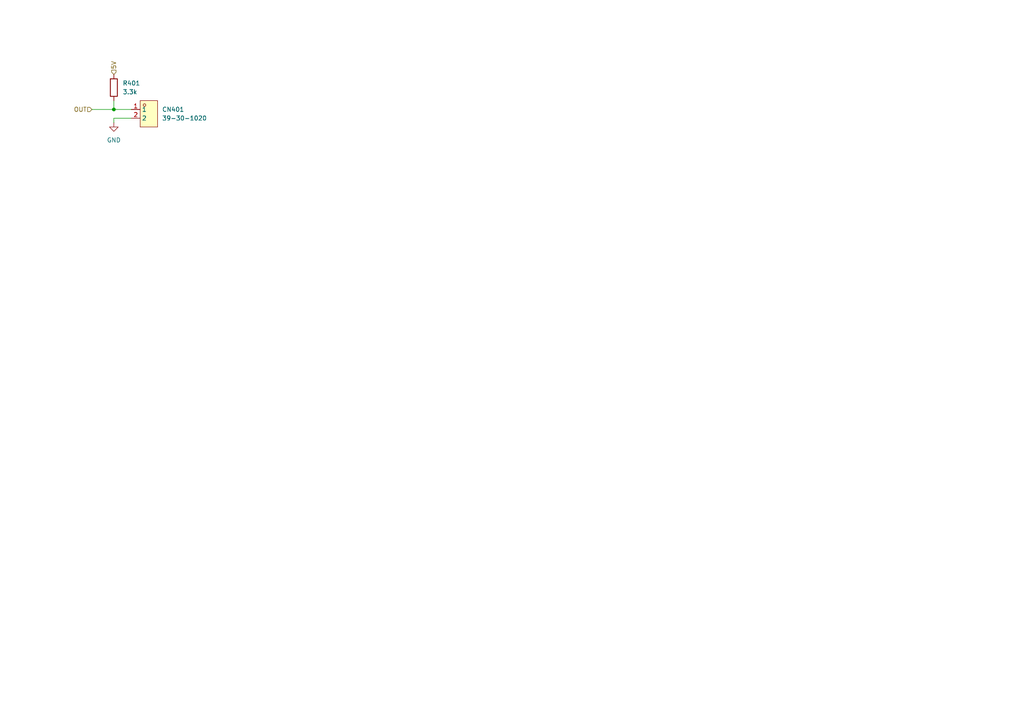
<source format=kicad_sch>
(kicad_sch (version 20250114) (generator "eeschema") (generator_version "9.0")
  (paper "A4")
  (lib_symbols
    (symbol "Device:R" (pin_numbers (hide yes)) (pin_names (offset 0))
      (property "Reference" "R" (at 2.032 0 90))
      (property "Value" "R" (at 0 0 90))
      (symbol "R_0_1"
        (rectangle (start -1.016 -2.54) (end 1.016 2.54) (stroke (width 0.254)))
      )
      (symbol "R_1_1"
        (pin passive line (at 0 3.81 270) (length 1.27) (name "~") (number "1"))
        (pin passive line (at 0 -3.81 90) (length 1.27) (name "~") (number "2"))
      )
    )
    (symbol "easyeda2kicad:39-30-1020"
      (property "Reference" "CN" (at 0 6.35 0))
      (property "Value" "39-30-1020" (at 0 -6.35 0))
      (symbol "39-30-1020_0_1"
        (rectangle (start -3.81 3.81) (end 1.27 -3.81) (fill (type background)))
        (circle (center 0 -2.54) (radius 0.38))
        (pin unspecified line (at 3.81 1.27 180) (length 2.54) (name "2") (number "2"))
        (pin unspecified line (at 3.81 -1.27 180) (length 2.54) (name "1") (number "1"))
      )
    )
    (symbol "power:GND" (power) (pin_numbers (hide yes)) (pin_names (offset 0) (hide yes))
      (property "Value" "GND" (at 0 -3.81 0))
      (symbol "GND_0_1"
        (polyline (pts (xy 0 0) (xy 0 -1.27) (xy 1.27 -1.27) (xy 0 -2.54) (xy -1.27 -1.27) (xy 0 -1.27)))
      )
      (symbol "GND_1_1"
        (pin power_in line (at 0 0 270) (length 0) (name "~") (number "1"))
      )
    )
  )
  (junction (at 33.02 31.75))
  (wire (pts (xy 38.1 34.29) (xy 33.02 34.29)))
  (wire (pts (xy 33.02 31.75) (xy 38.1 31.75)))
  (wire (pts (xy 26.67 31.75) (xy 33.02 31.75)))
  (wire (pts (xy 33.02 34.29) (xy 33.02 35.56)))
  (wire (pts (xy 33.02 29.21) (xy 33.02 31.75)))
  (hierarchical_label "5V" (shape input) (at 33.02 21.59 90))
  (hierarchical_label "OUT" (shape input) (at 26.67 31.75 180))
  (symbol (lib_id "Device:R") (at 33.02 25.4 0) (unit 1)
    (property "Reference" "R401" (at 35.56 24.1299 0) (effects (justify left)))
    (property "Value" "3.3k" (at 35.56 26.6699 0) (effects (justify left)))
    (property "Footprint" "Resistor_SMD:R_0805_2012Metric" (effects (hide yes)))
    (property "Description" "Resistor" (effects (hide yes)))
    (instances (project "" (path "" (reference "R401") (unit 1)) (path "" (reference "R601") (unit 1)) (path "" (reference "R501") (unit 1)) (path "" (reference "R701") (unit 1))))
  )
  (symbol (lib_id "power:GND") (at 33.02 35.56 0) (unit 1)
    (property "Reference" "#PWR0401" (effects (hide yes)))
    (property "Value" "GND" (at 33.02 40.64 0))
    (property "Description" "Power symbol creates a global label with name \"GND\" , ground" (effects (hide yes)))
    (instances (project "" (path "" (reference "#PWR0401") (unit 1)) (path "" (reference "#PWR0601") (unit 1)) (path "" (reference "#PWR0501") (unit 1)) (path "" (reference "#PWR0701") (unit 1))))
  )
  (symbol (lib_id "easyeda2kicad:39-30-1020") (at 41.91 33.02 180) (unit 1)
    (property "Reference" "CN401" (at 46.99 31.7499 0) (effects (justify right)))
    (property "Value" "39-30-1020" (at 46.99 34.2899 0) (effects (justify right)))
    (property "Footprint" "easyeda2kicad:CONN-TH_2P-P5.50_39-30-1020" (effects (hide yes)))
    (property "Datasheet" "https://lcsc.com/product-detail/Others_MOLEX_39-30-1020_MOLEX-39-30-1020_C240832.html" (effects (hide yes)))
    (property "LCSC Part" "C240832" (effects (hide yes)))
    (instances (project "" (path "" (reference "CN401") (unit 1)) (path "" (reference "CN601") (unit 1)) (path "" (reference "CN501") (unit 1)) (path "" (reference "CN701") (unit 1))))
  )
)
</source>
